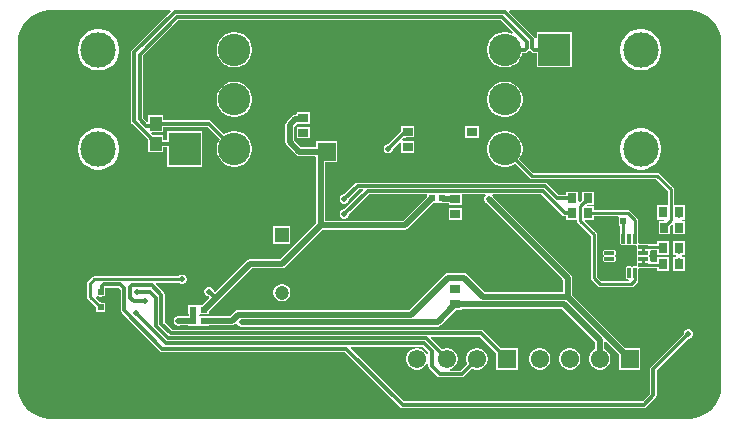
<source format=gbl>
G04*
G04 #@! TF.GenerationSoftware,Altium Limited,Altium Designer,24.2.2 (26)*
G04*
G04 Layer_Physical_Order=2*
G04 Layer_Color=16711680*
%FSLAX44Y44*%
%MOMM*%
G71*
G04*
G04 #@! TF.SameCoordinates,C4595460-78FA-4AA4-93EF-E7DD031D073C*
G04*
G04*
G04 #@! TF.FilePolarity,Positive*
G04*
G01*
G75*
%ADD21R,0.5200X0.5200*%
%ADD28R,0.7500X0.8500*%
%ADD29R,0.8500X0.7000*%
%ADD33R,0.5500X0.5500*%
%ADD37R,0.8500X0.7500*%
%ADD50C,2.7500*%
%ADD51R,2.7500X2.7500*%
%ADD52C,3.0000*%
%ADD62C,0.3000*%
%ADD63C,0.2540*%
%ADD65C,0.5000*%
%ADD66C,1.5500*%
%ADD67R,1.5500X1.5500*%
%ADD68R,1.2000X1.2000*%
%ADD69C,1.2000*%
%ADD70C,0.5000*%
%ADD71C,4.0000*%
%ADD72C,0.7000*%
%ADD73R,1.5500X1.5000*%
%ADD74R,1.0500X1.1500*%
%ADD75R,0.8000X0.9500*%
G04:AMPARAMS|DCode=76|XSize=0.84mm|YSize=0.26mm|CornerRadius=0.0325mm|HoleSize=0mm|Usage=FLASHONLY|Rotation=270.000|XOffset=0mm|YOffset=0mm|HoleType=Round|Shape=RoundedRectangle|*
%AMROUNDEDRECTD76*
21,1,0.8400,0.1950,0,0,270.0*
21,1,0.7750,0.2600,0,0,270.0*
1,1,0.0650,-0.0975,-0.3875*
1,1,0.0650,-0.0975,0.3875*
1,1,0.0650,0.0975,0.3875*
1,1,0.0650,0.0975,-0.3875*
%
%ADD76ROUNDEDRECTD76*%
G04:AMPARAMS|DCode=77|XSize=0.84mm|YSize=0.26mm|CornerRadius=0.0325mm|HoleSize=0mm|Usage=FLASHONLY|Rotation=180.000|XOffset=0mm|YOffset=0mm|HoleType=Round|Shape=RoundedRectangle|*
%AMROUNDEDRECTD77*
21,1,0.8400,0.1950,0,0,180.0*
21,1,0.7750,0.2600,0,0,180.0*
1,1,0.0650,-0.3875,0.0975*
1,1,0.0650,0.3875,0.0975*
1,1,0.0650,0.3875,-0.0975*
1,1,0.0650,-0.3875,-0.0975*
%
%ADD77ROUNDEDRECTD77*%
%ADD78R,0.7000X0.8500*%
G36*
X575467Y347482D02*
X579007Y346534D01*
X582393Y345131D01*
X585568Y343299D01*
X588475Y341067D01*
X591067Y338475D01*
X593299Y335568D01*
X595131Y332393D01*
X596534Y329007D01*
X597482Y325467D01*
X597961Y321833D01*
Y320000D01*
Y30000D01*
Y28167D01*
X597482Y24533D01*
X596534Y20993D01*
X595131Y17607D01*
X593299Y14432D01*
X591067Y11525D01*
X588475Y8933D01*
X585568Y6701D01*
X582393Y4869D01*
X579007Y3466D01*
X575467Y2517D01*
X571833Y2039D01*
X28167D01*
X24533Y2517D01*
X20993Y3466D01*
X17607Y4869D01*
X14432Y6701D01*
X11525Y8933D01*
X8933Y11525D01*
X6701Y14432D01*
X4869Y17607D01*
X3466Y20993D01*
X2517Y24533D01*
X2039Y28167D01*
Y30000D01*
Y320000D01*
Y321833D01*
X2517Y325467D01*
X3466Y329007D01*
X4869Y332393D01*
X6701Y335568D01*
X8933Y338475D01*
X11525Y341067D01*
X14432Y343299D01*
X17607Y345131D01*
X20993Y346534D01*
X24533Y347482D01*
X28167Y347961D01*
X131069D01*
X131555Y346788D01*
X98983Y314216D01*
X98371Y313300D01*
X98156Y312219D01*
X98156Y312219D01*
Y253878D01*
X98156Y253878D01*
X98371Y252797D01*
X98983Y251880D01*
X107242Y243622D01*
X107242Y243622D01*
X112480Y238384D01*
Y227980D01*
X125520D01*
Y232176D01*
X128480D01*
Y215480D01*
X158520D01*
Y245520D01*
X128480D01*
Y237824D01*
X125520D01*
Y242020D01*
X116832D01*
X115045Y243807D01*
X115531Y244980D01*
X125520D01*
Y249176D01*
X162830D01*
X173071Y238934D01*
X172189Y237615D01*
X171057Y234881D01*
X170480Y231979D01*
Y229021D01*
X171057Y226119D01*
X172189Y223385D01*
X173833Y220925D01*
X175925Y218833D01*
X178385Y217190D01*
X181119Y216057D01*
X184021Y215480D01*
X186979D01*
X189881Y216057D01*
X192615Y217190D01*
X195075Y218833D01*
X197167Y220925D01*
X198811Y223385D01*
X199943Y226119D01*
X200520Y229021D01*
Y231979D01*
X199943Y234881D01*
X198811Y237615D01*
X197167Y240075D01*
X195075Y242167D01*
X192615Y243811D01*
X189881Y244943D01*
X186979Y245520D01*
X184021D01*
X181119Y244943D01*
X178385Y243811D01*
X177066Y242929D01*
X165997Y253997D01*
X165081Y254609D01*
X164000Y254824D01*
X164000Y254824D01*
X125520D01*
Y259020D01*
X112480D01*
Y254207D01*
X111210Y253680D01*
X108074Y256816D01*
Y309280D01*
X138200Y339406D01*
X411409D01*
X421641Y329174D01*
X420922Y328098D01*
X418881Y328943D01*
X415979Y329520D01*
X413021D01*
X410119Y328943D01*
X407385Y327811D01*
X404925Y326167D01*
X402833Y324075D01*
X401189Y321615D01*
X400057Y318881D01*
X399480Y315979D01*
Y313021D01*
X400057Y310119D01*
X401189Y307385D01*
X402833Y304925D01*
X404925Y302833D01*
X407385Y301189D01*
X410119Y300057D01*
X413021Y299480D01*
X415979D01*
X418881Y300057D01*
X421615Y301189D01*
X424075Y302833D01*
X426167Y304925D01*
X427811Y307385D01*
X428943Y310119D01*
X429253Y311676D01*
X431608D01*
X431608Y311676D01*
X432688Y311891D01*
X433605Y312503D01*
X434627Y313525D01*
X434671Y313557D01*
X436329Y313557D01*
X436373Y313525D01*
X437395Y312503D01*
X437395Y312503D01*
X438312Y311891D01*
X439392Y311676D01*
X439393Y311676D01*
X441480D01*
Y299480D01*
X471520D01*
Y329520D01*
X441480D01*
Y324665D01*
X440305Y324327D01*
X440210Y324345D01*
X439632Y325210D01*
X439632Y325210D01*
X418055Y346788D01*
X418541Y347961D01*
X571833D01*
X575467Y347482D01*
D02*
G37*
%LPC*%
G36*
X186979Y329520D02*
X184021D01*
X181119Y328943D01*
X178385Y327811D01*
X175925Y326167D01*
X173833Y324075D01*
X172189Y321615D01*
X171057Y318881D01*
X170480Y315979D01*
Y313021D01*
X171057Y310119D01*
X172189Y307385D01*
X173833Y304925D01*
X175925Y302833D01*
X178385Y301189D01*
X181119Y300057D01*
X184021Y299480D01*
X186979D01*
X189881Y300057D01*
X192615Y301189D01*
X195075Y302833D01*
X197167Y304925D01*
X198811Y307385D01*
X199943Y310119D01*
X200520Y313021D01*
Y315979D01*
X199943Y318881D01*
X198811Y321615D01*
X197167Y324075D01*
X195075Y326167D01*
X192615Y327811D01*
X189881Y328943D01*
X186979Y329520D01*
D02*
G37*
G36*
X531224Y332000D02*
X527776D01*
X524395Y331328D01*
X521211Y330008D01*
X518344Y328093D01*
X515907Y325656D01*
X513992Y322789D01*
X512673Y319605D01*
X512000Y316224D01*
Y312776D01*
X512673Y309395D01*
X513992Y306211D01*
X515907Y303344D01*
X518344Y300907D01*
X521211Y298992D01*
X524395Y297673D01*
X527776Y297000D01*
X531224D01*
X534605Y297673D01*
X537789Y298992D01*
X540656Y300907D01*
X543093Y303344D01*
X545008Y306211D01*
X546328Y309395D01*
X547000Y312776D01*
Y316224D01*
X546328Y319605D01*
X545008Y322789D01*
X543093Y325656D01*
X540656Y328093D01*
X537789Y330008D01*
X534605Y331328D01*
X531224Y332000D01*
D02*
G37*
G36*
X72224D02*
X68776D01*
X65395Y331328D01*
X62211Y330008D01*
X59344Y328093D01*
X56907Y325656D01*
X54992Y322789D01*
X53672Y319605D01*
X53000Y316224D01*
Y312776D01*
X53672Y309395D01*
X54992Y306211D01*
X56907Y303344D01*
X59344Y300907D01*
X62211Y298992D01*
X65395Y297673D01*
X68776Y297000D01*
X72224D01*
X75605Y297673D01*
X78789Y298992D01*
X81656Y300907D01*
X84093Y303344D01*
X86008Y306211D01*
X87327Y309395D01*
X88000Y312776D01*
Y316224D01*
X87327Y319605D01*
X86008Y322789D01*
X84093Y325656D01*
X81656Y328093D01*
X78789Y330008D01*
X75605Y331328D01*
X72224Y332000D01*
D02*
G37*
G36*
X415979Y287520D02*
X413021D01*
X410119Y286943D01*
X407385Y285811D01*
X404925Y284167D01*
X402833Y282075D01*
X401189Y279615D01*
X400057Y276881D01*
X399480Y273979D01*
Y271021D01*
X400057Y268119D01*
X401189Y265385D01*
X402833Y262925D01*
X404925Y260833D01*
X407385Y259189D01*
X410119Y258057D01*
X413021Y257480D01*
X415979D01*
X418881Y258057D01*
X421615Y259189D01*
X424075Y260833D01*
X426167Y262925D01*
X427811Y265385D01*
X428943Y268119D01*
X429520Y271021D01*
Y273979D01*
X428943Y276881D01*
X427811Y279615D01*
X426167Y282075D01*
X424075Y284167D01*
X421615Y285811D01*
X418881Y286943D01*
X415979Y287520D01*
D02*
G37*
G36*
X186979D02*
X184021D01*
X181119Y286943D01*
X178385Y285811D01*
X175925Y284167D01*
X173833Y282075D01*
X172189Y279615D01*
X171057Y276881D01*
X170480Y273979D01*
Y271021D01*
X171057Y268119D01*
X172189Y265385D01*
X173833Y262925D01*
X175925Y260833D01*
X178385Y259189D01*
X181119Y258057D01*
X184021Y257480D01*
X186979D01*
X189881Y258057D01*
X192615Y259189D01*
X195075Y260833D01*
X197167Y262925D01*
X198811Y265385D01*
X199943Y268119D01*
X200520Y271021D01*
Y273979D01*
X199943Y276881D01*
X198811Y279615D01*
X197167Y282075D01*
X195075Y284167D01*
X192615Y285811D01*
X189881Y286943D01*
X186979Y287520D01*
D02*
G37*
G36*
X249270Y261520D02*
X238230D01*
Y260350D01*
X237250Y259594D01*
X235779Y259301D01*
X234532Y258468D01*
X234532Y258468D01*
X229782Y253718D01*
X228949Y252471D01*
X228656Y251000D01*
X228656Y251000D01*
Y236250D01*
X228656Y236250D01*
X228949Y234779D01*
X229782Y233532D01*
X237907Y225407D01*
X237907Y225407D01*
X239154Y224574D01*
X240625Y224281D01*
X253760D01*
X254656Y223250D01*
X254656Y223250D01*
Y220321D01*
X254656Y220321D01*
X254656Y220321D01*
Y167592D01*
X224158Y137094D01*
X198500D01*
X198500Y137094D01*
X197029Y136801D01*
X195782Y135968D01*
X169066Y109252D01*
X168000Y109982D01*
Y110546D01*
X167391Y112016D01*
X166266Y113141D01*
X164796Y113750D01*
X163204D01*
X161734Y113141D01*
X160609Y112016D01*
X160000Y110546D01*
Y108954D01*
X160609Y107484D01*
X161734Y106359D01*
X163204Y105750D01*
X163768D01*
X164498Y104684D01*
X158334Y98520D01*
X156040D01*
X155730Y98520D01*
X154770D01*
X154460Y98520D01*
X146730D01*
Y90480D01*
X146906D01*
Y89020D01*
X146730D01*
Y88844D01*
X139423D01*
X139046Y89000D01*
X137454D01*
X135984Y88391D01*
X134859Y87266D01*
X134250Y85796D01*
Y84204D01*
X134859Y82734D01*
X135984Y81609D01*
X137454Y81000D01*
X139046D01*
X139423Y81156D01*
X146730D01*
Y80980D01*
X154460D01*
X154770Y80980D01*
X155730D01*
X156040Y80980D01*
X163770D01*
Y81156D01*
X183250D01*
X183250Y81156D01*
X184721Y81449D01*
X185968Y82282D01*
X186827Y83141D01*
X188128Y82646D01*
X188609Y81484D01*
X189734Y80359D01*
X191204Y79750D01*
X192796D01*
X193173Y79906D01*
X357558D01*
X357558Y79906D01*
X359029Y80199D01*
X360276Y81032D01*
X373165Y93921D01*
X378269D01*
Y95097D01*
X462967D01*
X491056Y67008D01*
Y60896D01*
X489362Y59918D01*
X487682Y58238D01*
X486495Y56182D01*
X485880Y53888D01*
Y51512D01*
X486495Y49218D01*
X487682Y47162D01*
X489362Y45482D01*
X491418Y44295D01*
X493713Y43680D01*
X496087D01*
X498382Y44295D01*
X500438Y45482D01*
X502118Y47162D01*
X503305Y49218D01*
X503920Y51512D01*
Y53888D01*
X503305Y56182D01*
X502118Y58238D01*
X500438Y59918D01*
X498744Y60896D01*
Y67024D01*
X500014Y67550D01*
X511280Y56284D01*
Y43680D01*
X529320D01*
Y61720D01*
X516716D01*
X471633Y106803D01*
Y121461D01*
X471340Y122932D01*
X470507Y124179D01*
X470507Y124179D01*
X404797Y189889D01*
X404641Y190266D01*
X404021Y190886D01*
X404547Y192156D01*
X445561D01*
X463222Y174496D01*
X464138Y173883D01*
X465219Y173668D01*
X465219Y173668D01*
X466730D01*
Y170730D01*
X475660D01*
Y169875D01*
X475857Y168884D01*
X476419Y168044D01*
X487410Y157052D01*
Y121000D01*
X487607Y120009D01*
X488169Y119169D01*
X493169Y114169D01*
X494009Y113607D01*
X495000Y113410D01*
X521750D01*
X522741Y113607D01*
X523581Y114169D01*
X526831Y117419D01*
X527393Y118259D01*
X527590Y119250D01*
Y121717D01*
X527601Y121775D01*
Y128678D01*
X527887Y129613D01*
X528822Y129899D01*
X535725D01*
X535783Y129910D01*
X543230D01*
Y127230D01*
X553770D01*
Y139270D01*
X543230D01*
Y135090D01*
X538212D01*
X537977Y135284D01*
X537318Y136360D01*
X537351Y136525D01*
Y138475D01*
X537227Y139097D01*
X536875Y139625D01*
X536875Y140375D01*
X537227Y140903D01*
X537351Y141525D01*
Y143475D01*
X537318Y143640D01*
X537977Y144716D01*
X538212Y144910D01*
X543230D01*
Y140730D01*
X553770D01*
Y152770D01*
X543230D01*
Y150090D01*
X535783D01*
X535725Y150101D01*
X528822D01*
X527887Y150387D01*
X527601Y151322D01*
Y158225D01*
X527590Y158283D01*
Y170000D01*
X527393Y170991D01*
X526831Y171831D01*
X520581Y178081D01*
X519741Y178643D01*
X518750Y178840D01*
X489770D01*
Y181770D01*
X484414D01*
X483735Y183040D01*
X483862Y183230D01*
X489770D01*
Y194270D01*
X479730D01*
Y187392D01*
X477943Y185606D01*
X476770Y186092D01*
Y194270D01*
X466730D01*
Y191574D01*
X460170D01*
X450497Y201247D01*
X449581Y201859D01*
X448500Y202074D01*
X448500Y202074D01*
X289858D01*
X288778Y201859D01*
X287861Y201247D01*
X287861Y201247D01*
X278755Y192141D01*
X277953D01*
X276483Y191532D01*
X275358Y190407D01*
X274749Y188937D01*
Y187345D01*
X275358Y185875D01*
X276483Y184750D01*
X277953Y184141D01*
X279545D01*
X281015Y184750D01*
X282140Y185875D01*
X282749Y187345D01*
Y188147D01*
X291028Y196426D01*
X294081D01*
X294567Y195252D01*
X278755Y179441D01*
X277953D01*
X276483Y178832D01*
X275358Y177707D01*
X274749Y176236D01*
Y174645D01*
X275358Y173175D01*
X276483Y172050D01*
X277953Y171441D01*
X279545D01*
X281015Y172050D01*
X282140Y173175D01*
X282749Y174645D01*
Y175447D01*
X299458Y192156D01*
X348729D01*
Y190017D01*
X328556Y169844D01*
X262344D01*
Y219480D01*
X272770D01*
Y237020D01*
X254730D01*
Y231969D01*
X242217D01*
X236344Y237842D01*
Y249408D01*
X238842Y251906D01*
X242750D01*
X242750Y251906D01*
X243121Y251980D01*
X249270D01*
Y261520D01*
D02*
G37*
G36*
X338020Y250270D02*
X326980D01*
Y245483D01*
X326253Y244997D01*
X316006Y234750D01*
X315204D01*
X313734Y234141D01*
X312609Y233016D01*
X312000Y231546D01*
Y229954D01*
X312609Y228484D01*
X313734Y227359D01*
X315204Y226750D01*
X316796D01*
X318266Y227359D01*
X319391Y228484D01*
X320000Y229954D01*
Y230756D01*
X325710Y236466D01*
X326980Y235940D01*
Y227230D01*
X338020D01*
Y237270D01*
X328310D01*
X327784Y238540D01*
X329420Y240176D01*
X330250D01*
X330250Y240176D01*
X330523Y240230D01*
X338020D01*
Y250270D01*
D02*
G37*
G36*
X392270Y249770D02*
X381230D01*
Y239730D01*
X392270D01*
Y249770D01*
D02*
G37*
G36*
X249270Y249020D02*
X238230D01*
Y239480D01*
X249270D01*
Y249020D01*
D02*
G37*
G36*
X531224Y248000D02*
X527776D01*
X524395Y247327D01*
X521211Y246008D01*
X518344Y244093D01*
X515907Y241656D01*
X513992Y238789D01*
X512673Y235605D01*
X512000Y232224D01*
Y228776D01*
X512673Y225396D01*
X513992Y222211D01*
X515907Y219344D01*
X518344Y216907D01*
X521211Y214992D01*
X524395Y213673D01*
X527776Y213000D01*
X531224D01*
X534605Y213673D01*
X537789Y214992D01*
X540656Y216907D01*
X543093Y219344D01*
X545008Y222211D01*
X546328Y225396D01*
X547000Y228776D01*
Y232224D01*
X546328Y235605D01*
X545008Y238789D01*
X543093Y241656D01*
X540656Y244093D01*
X537789Y246008D01*
X534605Y247327D01*
X531224Y248000D01*
D02*
G37*
G36*
X72224D02*
X68776D01*
X65395Y247327D01*
X62211Y246008D01*
X59344Y244093D01*
X56907Y241656D01*
X54992Y238789D01*
X53672Y235605D01*
X53000Y232224D01*
Y228776D01*
X53672Y225396D01*
X54992Y222211D01*
X56907Y219344D01*
X59344Y216907D01*
X62211Y214992D01*
X65395Y213673D01*
X68776Y213000D01*
X72224D01*
X75605Y213673D01*
X78789Y214992D01*
X81656Y216907D01*
X84093Y219344D01*
X86008Y222211D01*
X87327Y225396D01*
X88000Y228776D01*
Y232224D01*
X87327Y235605D01*
X86008Y238789D01*
X84093Y241656D01*
X81656Y244093D01*
X78789Y246008D01*
X75605Y247327D01*
X72224Y248000D01*
D02*
G37*
G36*
X415979Y245520D02*
X413021D01*
X410119Y244943D01*
X407385Y243811D01*
X404925Y242167D01*
X402833Y240075D01*
X401189Y237615D01*
X400057Y234881D01*
X399480Y231979D01*
Y229021D01*
X400057Y226119D01*
X401189Y223385D01*
X402833Y220925D01*
X404925Y218833D01*
X407385Y217190D01*
X410119Y216057D01*
X413021Y215480D01*
X415979D01*
X418881Y216057D01*
X421615Y217190D01*
X423133Y218204D01*
X435669Y205669D01*
X436509Y205107D01*
X437500Y204910D01*
X542677D01*
X552450Y195137D01*
Y182770D01*
X543230D01*
Y170730D01*
X549086D01*
X549765Y169460D01*
X549638Y169270D01*
X544730D01*
Y158230D01*
X554270D01*
Y165607D01*
X555960Y167297D01*
X557230Y166771D01*
Y158230D01*
X566770D01*
Y169270D01*
X563995D01*
X563793Y169460D01*
X564297Y170730D01*
X567270D01*
Y182770D01*
X557630D01*
Y196210D01*
X557433Y197201D01*
X556871Y198041D01*
X545581Y209331D01*
X544741Y209893D01*
X543750Y210090D01*
X438573D01*
X426796Y221867D01*
X427811Y223385D01*
X428943Y226119D01*
X429520Y229021D01*
Y231979D01*
X428943Y234881D01*
X427811Y237615D01*
X426167Y240075D01*
X424075Y242167D01*
X421615Y243811D01*
X418881Y244943D01*
X415979Y245520D01*
D02*
G37*
G36*
X233019Y164921D02*
X218479D01*
Y150381D01*
X233019D01*
Y164921D01*
D02*
G37*
G36*
X567270Y152770D02*
X556730D01*
Y140730D01*
X559218D01*
X559734Y139460D01*
X559539Y139270D01*
X556730D01*
Y127230D01*
X567270D01*
Y139270D01*
X564781D01*
X564266Y140540D01*
X564461Y140730D01*
X567270D01*
Y152770D01*
D02*
G37*
G36*
X142046Y124000D02*
X140454D01*
X138984Y123391D01*
X138183Y122590D01*
X67000D01*
X66009Y122393D01*
X65169Y121831D01*
X61669Y118331D01*
X61107Y117491D01*
X60910Y116500D01*
Y105250D01*
X61107Y104259D01*
X61669Y103419D01*
X68250Y96838D01*
Y95704D01*
X68380Y95391D01*
Y92630D01*
X71140D01*
X71454Y92500D01*
X73046D01*
X73359Y92630D01*
X76120D01*
Y95391D01*
X76250Y95704D01*
Y97296D01*
X76120Y97610D01*
Y100370D01*
X73359D01*
X73046Y100500D01*
X71912D01*
X68250Y104162D01*
X68241Y104500D01*
X69289Y105630D01*
X69568Y105630D01*
X71140D01*
X71454Y105500D01*
X73046D01*
X73359Y105630D01*
X76120D01*
Y108391D01*
X76250Y108704D01*
Y110296D01*
X76158Y110518D01*
X76174Y110600D01*
Y113033D01*
X76277Y113136D01*
X87370D01*
X89204Y111302D01*
Y93972D01*
X89204Y93972D01*
X89419Y92891D01*
X90031Y91975D01*
X122503Y59503D01*
X122503Y59503D01*
X123419Y58891D01*
X124500Y58676D01*
X279330D01*
X326003Y12003D01*
X326919Y11391D01*
X328000Y11176D01*
X532500D01*
X532500Y11176D01*
X533581Y11391D01*
X534497Y12003D01*
X542247Y19753D01*
X542859Y20669D01*
X543074Y21750D01*
X543074Y21750D01*
Y42830D01*
X569994Y69750D01*
X570796D01*
X572266Y70359D01*
X573391Y71484D01*
X574000Y72954D01*
Y74546D01*
X573391Y76016D01*
X572266Y77141D01*
X570796Y77750D01*
X569204D01*
X567734Y77141D01*
X566609Y76016D01*
X566000Y74546D01*
Y73744D01*
X538253Y45997D01*
X537641Y45081D01*
X537426Y44000D01*
X537426Y44000D01*
Y22920D01*
X531330Y16824D01*
X329170D01*
X284012Y61982D01*
X284498Y63156D01*
X345100D01*
X349926Y58330D01*
Y55974D01*
X348656Y55807D01*
X348555Y56182D01*
X347368Y58238D01*
X345688Y59918D01*
X343632Y61105D01*
X341338Y61720D01*
X338963D01*
X336668Y61105D01*
X334612Y59918D01*
X332932Y58238D01*
X331745Y56182D01*
X331130Y53888D01*
Y51512D01*
X331745Y49218D01*
X332932Y47162D01*
X334612Y45482D01*
X336668Y44295D01*
X338963Y43680D01*
X341338D01*
X343632Y44295D01*
X345688Y45482D01*
X347368Y47162D01*
X348555Y49218D01*
X348656Y49593D01*
X349926Y49426D01*
Y46500D01*
X349926Y46500D01*
X350141Y45419D01*
X350753Y44503D01*
X357253Y38003D01*
X357253Y38003D01*
X358169Y37391D01*
X359250Y37176D01*
X359250Y37176D01*
X378250D01*
X378250Y37176D01*
X379331Y37391D01*
X380247Y38003D01*
X386879Y44635D01*
X387468Y44295D01*
X389762Y43680D01*
X392137D01*
X394431Y44295D01*
X396488Y45482D01*
X398168Y47162D01*
X399355Y49218D01*
X399970Y51512D01*
Y53888D01*
X399355Y56182D01*
X398168Y58238D01*
X396488Y59918D01*
X394431Y61105D01*
X392137Y61720D01*
X389762D01*
X387468Y61105D01*
X385412Y59918D01*
X383732Y58238D01*
X382545Y56182D01*
X381930Y53888D01*
Y51512D01*
X382545Y49218D01*
X382885Y48629D01*
X377080Y42824D01*
X368451D01*
X368284Y44094D01*
X369031Y44295D01*
X371088Y45482D01*
X372768Y47162D01*
X373955Y49218D01*
X374570Y51512D01*
Y53888D01*
X373955Y56182D01*
X372768Y58238D01*
X371088Y59918D01*
X369031Y61105D01*
X366738Y61720D01*
X364362D01*
X362068Y61105D01*
X361504Y60779D01*
X351760Y70522D01*
X352247Y71696D01*
X393360D01*
X407330Y57726D01*
Y43680D01*
X425370D01*
Y61720D01*
X411324D01*
X396527Y76517D01*
X395611Y77129D01*
X394530Y77344D01*
X394530Y77344D01*
X139888D01*
X139787Y77364D01*
X139787Y77364D01*
X132880D01*
X126594Y83650D01*
Y100980D01*
X126594Y100980D01*
X126574Y101081D01*
Y107250D01*
X126574Y107250D01*
X126359Y108331D01*
X125747Y109247D01*
X118854Y116140D01*
X119380Y117410D01*
X138183D01*
X138984Y116609D01*
X140454Y116000D01*
X142046D01*
X143516Y116609D01*
X144641Y117734D01*
X145250Y119204D01*
Y120796D01*
X144641Y122266D01*
X143516Y123391D01*
X142046Y124000D01*
D02*
G37*
G36*
X470687Y61720D02*
X468312D01*
X466018Y61105D01*
X463962Y59918D01*
X462282Y58238D01*
X461095Y56182D01*
X460480Y53888D01*
Y51512D01*
X461095Y49218D01*
X462282Y47162D01*
X463962Y45482D01*
X466018Y44295D01*
X468312Y43680D01*
X470687D01*
X472982Y44295D01*
X475038Y45482D01*
X476718Y47162D01*
X477905Y49218D01*
X478520Y51512D01*
Y53888D01*
X477905Y56182D01*
X476718Y58238D01*
X475038Y59918D01*
X472982Y61105D01*
X470687Y61720D01*
D02*
G37*
G36*
X445288D02*
X442912D01*
X440618Y61105D01*
X438562Y59918D01*
X436882Y58238D01*
X435695Y56182D01*
X435080Y53888D01*
Y51512D01*
X435695Y49218D01*
X436882Y47162D01*
X438562Y45482D01*
X440618Y44295D01*
X442912Y43680D01*
X445288D01*
X447582Y44295D01*
X449638Y45482D01*
X451318Y47162D01*
X452505Y49218D01*
X453120Y51512D01*
Y53888D01*
X452505Y56182D01*
X451318Y58238D01*
X449638Y59918D01*
X447582Y61105D01*
X445288Y61720D01*
D02*
G37*
%LPD*%
G36*
X398479Y190886D02*
X397859Y190266D01*
X397250Y188796D01*
Y187204D01*
X397859Y185734D01*
X398984Y184609D01*
X399361Y184453D01*
X463945Y119869D01*
Y109055D01*
X397881D01*
X382573Y124363D01*
X381326Y125197D01*
X379855Y125489D01*
X379854Y125489D01*
X366396D01*
X366395Y125489D01*
X364925Y125197D01*
X363677Y124363D01*
X333408Y94094D01*
X188500D01*
X188500Y94094D01*
X187029Y93801D01*
X185782Y92968D01*
X181658Y88844D01*
X163770D01*
Y89020D01*
X156040D01*
X155730Y89020D01*
X155485Y89090D01*
Y89440D01*
X156726Y90480D01*
X163770D01*
Y93084D01*
X171718Y101032D01*
X171718Y101032D01*
X200092Y129406D01*
X225750D01*
X225750Y129406D01*
X227221Y129699D01*
X228468Y130532D01*
X260092Y162156D01*
X330148D01*
X330148Y162156D01*
X331619Y162449D01*
X332866Y163282D01*
X354165Y184581D01*
X356769D01*
Y184581D01*
X357729D01*
Y184581D01*
X361708D01*
X361979Y184527D01*
X361979Y184527D01*
X367229D01*
Y183121D01*
X378269D01*
Y192156D01*
X397953D01*
X398479Y190886D01*
D02*
G37*
G36*
X511130Y173120D02*
Y170359D01*
X511000Y170046D01*
Y168454D01*
X511130Y168141D01*
Y165380D01*
X512410D01*
Y158283D01*
X512399Y158225D01*
Y150475D01*
X512523Y149853D01*
X512875Y149325D01*
X513403Y148973D01*
X514025Y148849D01*
X515975D01*
X516597Y148973D01*
X517125Y149325D01*
X517875Y149325D01*
X518403Y148973D01*
X519025Y148849D01*
X520975D01*
X521597Y148973D01*
X522125Y149325D01*
X522875Y149325D01*
X523403Y148973D01*
X524025Y148849D01*
X525128D01*
X526063Y148563D01*
X526349Y147628D01*
Y146525D01*
X526473Y145903D01*
X526825Y145375D01*
X526825Y144625D01*
X526473Y144097D01*
X526349Y143475D01*
Y141525D01*
X526473Y140903D01*
X526825Y140375D01*
X526825Y139625D01*
X526473Y139097D01*
X526349Y138475D01*
Y136525D01*
X526473Y135903D01*
X526825Y135375D01*
X526825Y134625D01*
X526473Y134097D01*
X526349Y133475D01*
Y132372D01*
X526063Y131437D01*
X525128Y131151D01*
X524025D01*
X523403Y131027D01*
X522875Y130675D01*
X522125Y130675D01*
X521597Y131027D01*
X520975Y131151D01*
X519025D01*
X518403Y131027D01*
X517875Y130675D01*
X517523Y130147D01*
X517399Y129525D01*
Y121775D01*
X517523Y121153D01*
X517875Y120625D01*
X518403Y120273D01*
X519025Y120149D01*
X519226D01*
X519904Y118879D01*
X519711Y118590D01*
X496073D01*
X492590Y122073D01*
Y158125D01*
X492393Y159116D01*
X491831Y159956D01*
X482231Y169557D01*
X482717Y170730D01*
X489770D01*
Y173660D01*
X510084D01*
X511130Y173120D01*
D02*
G37*
%LPC*%
G36*
X378269Y180161D02*
X367229D01*
Y170121D01*
X378269D01*
Y180161D01*
D02*
G37*
G36*
X226706Y116121D02*
X224792D01*
X222943Y115625D01*
X221285Y114668D01*
X219932Y113315D01*
X218975Y111657D01*
X218479Y109808D01*
Y107894D01*
X218975Y106045D01*
X219932Y104387D01*
X221285Y103033D01*
X222943Y102076D01*
X224792Y101581D01*
X226706D01*
X228555Y102076D01*
X230213Y103033D01*
X231567Y104387D01*
X232524Y106045D01*
X233019Y107894D01*
Y109808D01*
X232524Y111657D01*
X231567Y113315D01*
X230213Y114668D01*
X228555Y115625D01*
X226706Y116121D01*
D02*
G37*
G36*
X507025Y145101D02*
X499275D01*
X498653Y144977D01*
X498125Y144625D01*
X497773Y144097D01*
X497649Y143475D01*
Y141525D01*
X497773Y140903D01*
X498125Y140375D01*
X498125Y139625D01*
X497773Y139097D01*
X497649Y138475D01*
Y136525D01*
X497773Y135903D01*
X498125Y135375D01*
X498653Y135023D01*
X499275Y134899D01*
X507025D01*
X507647Y135023D01*
X508175Y135375D01*
X508527Y135903D01*
X508651Y136525D01*
Y138475D01*
X508527Y139097D01*
X508175Y139625D01*
X508175Y140375D01*
X508527Y140903D01*
X508651Y141525D01*
Y143475D01*
X508527Y144097D01*
X508175Y144625D01*
X507647Y144977D01*
X507025Y145101D01*
D02*
G37*
%LPD*%
D21*
X515000Y169250D02*
D03*
X507000D02*
D03*
X72250Y96500D02*
D03*
X80250D02*
D03*
X72250Y109500D02*
D03*
X80250D02*
D03*
D28*
X471750Y176250D02*
D03*
X484750D02*
D03*
X484750Y188750D02*
D03*
X471750D02*
D03*
D29*
X243750Y256750D02*
D03*
Y244250D02*
D03*
D33*
X150750Y85000D02*
D03*
X159750D02*
D03*
Y94500D02*
D03*
X150750D02*
D03*
X352749Y188601D02*
D03*
X361749D02*
D03*
D37*
X386750Y231750D02*
D03*
Y244750D02*
D03*
X332500Y245250D02*
D03*
Y232250D02*
D03*
X372749Y98941D02*
D03*
Y111941D02*
D03*
Y188141D02*
D03*
Y175141D02*
D03*
D50*
X185500Y314500D02*
D03*
Y272500D02*
D03*
Y230500D02*
D03*
X143500Y314500D02*
D03*
Y272500D02*
D03*
X414500Y230500D02*
D03*
Y272500D02*
D03*
Y314500D02*
D03*
X456500Y230500D02*
D03*
Y272500D02*
D03*
D51*
X143500Y230500D02*
D03*
X456500Y314500D02*
D03*
D52*
X70500D02*
D03*
Y230500D02*
D03*
X529500D02*
D03*
Y314500D02*
D03*
D62*
X437635Y316257D02*
Y323213D01*
Y316257D02*
X439392Y314500D01*
X414348Y346500D02*
X437635Y323213D01*
X439392Y314500D02*
X456500D01*
X135261Y346500D02*
X414348D01*
X115250Y238750D02*
X119000Y235000D01*
X115250Y238750D02*
Y239608D01*
X139000Y235000D02*
X143500Y230500D01*
X119000Y235000D02*
X139000D01*
X109239Y245619D02*
X109239D01*
X100980Y312219D02*
X135261Y346500D01*
X109239Y245619D02*
X115250Y239608D01*
X100980Y253878D02*
X109239Y245619D01*
X100980Y253878D02*
Y312219D01*
X164000Y109750D02*
X169000Y104750D01*
Y103750D02*
Y104750D01*
X330250Y243000D02*
X332500Y245250D01*
X328250Y243000D02*
X330250D01*
X316000Y230750D02*
X328250Y243000D01*
X102750Y109500D02*
X114500D01*
X116000Y115000D02*
X123750Y107250D01*
X97000Y113243D02*
X98757Y115000D01*
X116000D01*
X114500Y109500D02*
X119480Y104520D01*
X97000Y104577D02*
X100222Y101355D01*
X97000Y104577D02*
Y113243D01*
X105250Y255646D02*
Y310450D01*
Y255646D02*
X111007Y249889D01*
X116889D02*
X119000Y252000D01*
X111007Y249889D02*
X116889D01*
X164000Y252000D02*
X185500Y230500D01*
X119000Y252000D02*
X164000D01*
X414500Y314500D02*
X431608D01*
X433365Y316257D01*
Y321444D01*
X412579Y342230D02*
X433365Y321444D01*
X137030Y342230D02*
X412579D01*
X105250Y310450D02*
X137030Y342230D01*
X540250Y21750D02*
Y44000D01*
X532500Y14000D02*
X540250Y21750D01*
X328000Y14000D02*
X532500D01*
X540250Y44000D02*
X570000Y73750D01*
X280500Y61500D02*
X328000Y14000D01*
X124500Y61500D02*
X280500D01*
X92028Y93972D02*
X124500Y61500D01*
X346270Y65980D02*
X352750Y59500D01*
X394530Y74520D02*
X416350Y52700D01*
X139787Y74540D02*
X139807Y74520D01*
X138019Y70270D02*
X138039Y70250D01*
X348039D01*
X129480Y70270D02*
X138019D01*
X119500Y80250D02*
X129480Y70270D01*
X348039Y70250D02*
X365550Y52739D01*
X123770Y82480D02*
X131710Y74540D01*
X102500Y91211D02*
X127731Y65980D01*
X139807Y74520D02*
X394530D01*
X131710Y74540D02*
X139787D01*
X127731Y65980D02*
X346270D01*
X92028Y93972D02*
Y112472D01*
X102500Y91211D02*
Y91750D01*
X75107Y115960D02*
X88540D01*
X92028Y112472D01*
X73350Y114203D02*
X75107Y115960D01*
X73350Y110600D02*
Y114203D01*
X72250Y109500D02*
X73350Y110600D01*
X359250Y40000D02*
X378250D01*
X390950Y52700D01*
X352750Y46500D02*
X359250Y40000D01*
X109617Y101370D02*
X110000Y101753D01*
X104793Y101370D02*
X109617D01*
X104778Y101355D02*
X104793Y101370D01*
X100222Y101355D02*
X104778D01*
X289858Y199250D02*
X448500D01*
X298288Y194980D02*
X446731D01*
X465219Y176493D01*
X278749Y175441D02*
X298288Y194980D01*
X278749Y188141D02*
X289858Y199250D01*
X448500D02*
X459000Y188750D01*
X465219Y176493D02*
X471507D01*
X459000Y188750D02*
X471750D01*
X471507Y176493D02*
X471750Y176250D01*
X123770Y82480D02*
Y100980D01*
X119500Y80250D02*
Y87750D01*
X352750Y46500D02*
Y59500D01*
X365550Y52700D02*
Y52739D01*
X119500Y87750D02*
Y99211D01*
X123750Y101000D02*
X123770Y100980D01*
X119480Y99231D02*
X119500Y99211D01*
X119480Y99231D02*
Y104520D01*
X123750Y101000D02*
Y107250D01*
D63*
X63500Y116500D02*
X67000Y120000D01*
X141250D01*
X63500Y105250D02*
Y116500D01*
Y105250D02*
X72250Y96500D01*
X490000Y121000D02*
Y158125D01*
Y121000D02*
X495000Y116000D01*
X478250Y169875D02*
X490000Y158125D01*
X478250Y169875D02*
Y182250D01*
X482270Y185770D02*
X484750Y188250D01*
X481770Y185770D02*
X482270D01*
X478250Y182250D02*
X481770Y185770D01*
X484750Y188250D02*
Y188750D01*
X495000Y116000D02*
X521750D01*
X525000Y119250D01*
Y125650D01*
Y154350D02*
Y170000D01*
X518750Y176250D02*
X525000Y170000D01*
X484750Y176250D02*
X518750D01*
X515000Y154350D02*
Y169250D01*
X543750Y207500D02*
X555040Y196210D01*
Y170040D02*
Y196210D01*
X437500Y207500D02*
X543750D01*
X414500Y230500D02*
X437500Y207500D01*
X549500Y164500D02*
X555040Y170040D01*
X549500Y163750D02*
Y164500D01*
X531850Y132500D02*
X547750D01*
X548500Y133250D01*
X531850Y132500D02*
Y137500D01*
X547750Y147500D02*
X548500Y146750D01*
X531850Y147500D02*
X547750D01*
X531850Y142500D02*
Y147500D01*
D65*
X169000Y103750D02*
X198500Y133250D01*
X159750Y94500D02*
X169000Y103750D01*
X366395Y121645D02*
X379855D01*
X396289Y105211D02*
X467789D01*
X379855Y121645D02*
X396289Y105211D01*
X401250Y188000D02*
X467789Y121461D01*
Y105211D02*
Y121461D01*
X330148Y166000D02*
X352749Y188601D01*
X258500Y166000D02*
X330148D01*
X258500D02*
Y220321D01*
X159750Y85000D02*
X183250D01*
X188500Y90250D02*
X335000D01*
X183250Y85000D02*
X188500Y90250D01*
X357558Y83750D02*
X370999Y97191D01*
X192000Y83750D02*
X357558D01*
X335000Y90250D02*
X366395Y121645D01*
X467789Y105211D02*
X520300Y52700D01*
X464559Y98941D02*
X494900Y68600D01*
X372249Y98941D02*
X464559D01*
X370999Y97191D02*
Y97691D01*
X372249Y98941D01*
X225750Y133250D02*
X258500Y166000D01*
X198500Y133250D02*
X225750D01*
X494900Y52700D02*
Y68600D01*
X240625Y228125D02*
X263375D01*
X232500Y236250D02*
Y251000D01*
Y236250D02*
X240625Y228125D01*
X242750Y255750D02*
X243750Y256750D01*
X237250Y255750D02*
X242750D01*
X232500Y251000D02*
X237250Y255750D01*
X263375Y228125D02*
X263625D01*
X150750Y85000D02*
Y94500D01*
X258500Y220321D02*
Y223250D01*
X263375Y228125D01*
X258500Y220321D02*
X258500Y220321D01*
X361979Y188371D02*
X372519D01*
X361749Y188601D02*
X361979Y188371D01*
X372519D02*
X372749Y188141D01*
X138250Y85000D02*
X138250Y85000D01*
X150750D01*
D66*
X444100Y27300D02*
D03*
Y52700D02*
D03*
X469500Y27300D02*
D03*
X494900D02*
D03*
X469500Y52700D02*
D03*
X494900D02*
D03*
X520300Y27300D02*
D03*
X340150D02*
D03*
Y52700D02*
D03*
X365550Y27300D02*
D03*
X390950D02*
D03*
X365550Y52700D02*
D03*
X390950D02*
D03*
X416350Y27300D02*
D03*
D67*
X520300Y52700D02*
D03*
X416350D02*
D03*
D68*
X225749Y157651D02*
D03*
D69*
Y108851D02*
D03*
D70*
X259999Y143249D02*
D03*
X559999Y323249D02*
D03*
X574999Y293249D02*
D03*
X559999Y263249D02*
D03*
X574999Y233249D02*
D03*
X559999Y203249D02*
D03*
X544999Y293249D02*
D03*
X529999Y263249D02*
D03*
X544999Y113249D02*
D03*
X529999Y83249D02*
D03*
X499999Y323249D02*
D03*
X514999Y293249D02*
D03*
X499999Y263249D02*
D03*
X484999Y293249D02*
D03*
Y233249D02*
D03*
X469999Y83249D02*
D03*
X439999D02*
D03*
X424999Y113249D02*
D03*
X394999Y173249D02*
D03*
X349999Y143249D02*
D03*
X319999Y323249D02*
D03*
X334999Y293249D02*
D03*
X319999Y143249D02*
D03*
X334999Y113249D02*
D03*
X289999Y263249D02*
D03*
X259999D02*
D03*
X244999Y173249D02*
D03*
X214999Y233249D02*
D03*
X199999Y203249D02*
D03*
X214999Y173249D02*
D03*
X154999Y293249D02*
D03*
X139999Y203249D02*
D03*
X124999Y293249D02*
D03*
X109999Y203249D02*
D03*
X94999Y293249D02*
D03*
X79999Y263249D02*
D03*
X94999Y233249D02*
D03*
X79999Y203249D02*
D03*
X94999Y53249D02*
D03*
X49999Y323249D02*
D03*
X64999Y293249D02*
D03*
X49999Y263249D02*
D03*
Y203249D02*
D03*
X64999Y173249D02*
D03*
Y53249D02*
D03*
X19999Y323249D02*
D03*
X34999Y293249D02*
D03*
X19999Y263249D02*
D03*
X34999Y233249D02*
D03*
X19999Y203249D02*
D03*
Y143249D02*
D03*
Y83249D02*
D03*
X138000Y157000D02*
D03*
X164000Y109750D02*
D03*
X316000Y230750D02*
D03*
X102750Y109500D02*
D03*
X143250Y55500D02*
D03*
X137625D02*
D03*
X132000D02*
D03*
X102500Y91750D02*
D03*
X570000Y73750D02*
D03*
X401250Y188000D02*
D03*
X192000Y83750D02*
D03*
X517250Y140750D02*
D03*
X548500Y176750D02*
D03*
X515000Y169250D02*
D03*
X243750Y244250D02*
D03*
X386750Y244750D02*
D03*
X332500Y232250D02*
D03*
X141250Y120000D02*
D03*
X110000Y101753D02*
D03*
X161250Y180750D02*
D03*
X128000Y169500D02*
D03*
Y157000D02*
D03*
X507000Y169250D02*
D03*
X494500Y165500D02*
D03*
X278749Y175441D02*
D03*
Y188141D02*
D03*
X138250Y85000D02*
D03*
X72250Y96500D02*
D03*
Y109500D02*
D03*
X562000Y135500D02*
D03*
Y144500D02*
D03*
X562000Y174750D02*
D03*
Y165500D02*
D03*
X372749Y111941D02*
D03*
Y175441D02*
D03*
Y188141D02*
D03*
D71*
X360000Y319460D02*
D03*
X30000Y30000D02*
D03*
X570000D02*
D03*
D72*
X263625Y228125D02*
D03*
D73*
X263750Y246250D02*
D03*
Y228250D02*
D03*
D74*
X119000Y235000D02*
D03*
Y252000D02*
D03*
D75*
X562000Y146750D02*
D03*
X548500D02*
D03*
X562000Y133250D02*
D03*
X548500D02*
D03*
X562000Y176750D02*
D03*
X548500D02*
D03*
D76*
X510000Y125650D02*
D03*
X515000D02*
D03*
X520000D02*
D03*
X525000D02*
D03*
Y154350D02*
D03*
X520000D02*
D03*
X515000D02*
D03*
X510000D02*
D03*
D77*
X503150Y147500D02*
D03*
Y142500D02*
D03*
Y137500D02*
D03*
Y132500D02*
D03*
X531850D02*
D03*
Y137500D02*
D03*
Y142500D02*
D03*
Y147500D02*
D03*
D78*
X549500Y163750D02*
D03*
X562000D02*
D03*
M02*

</source>
